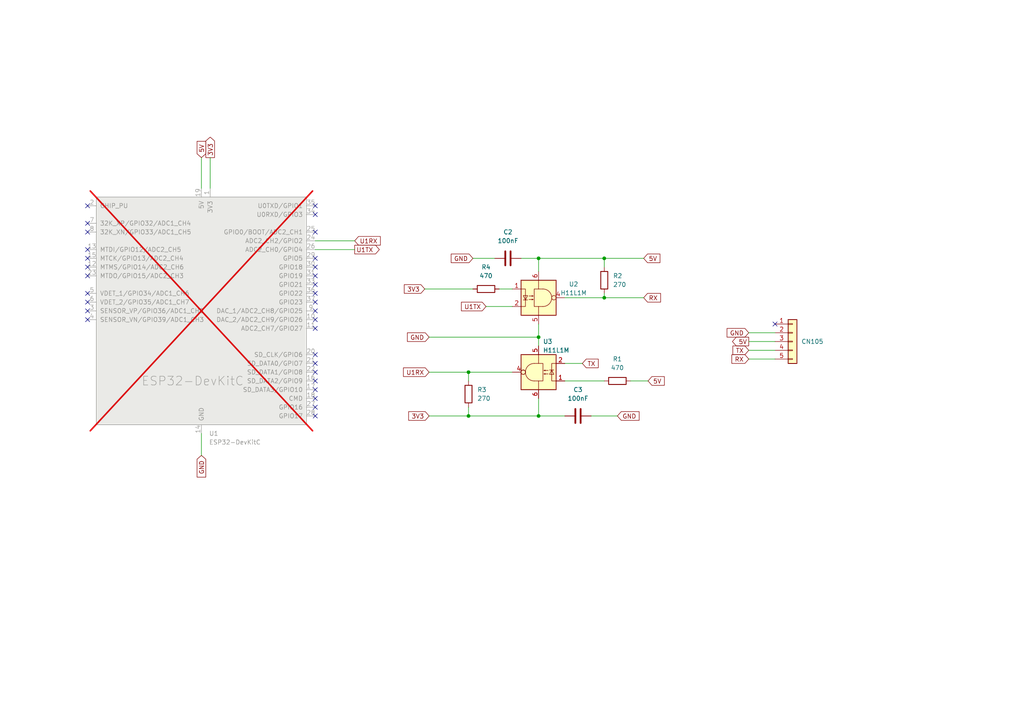
<source format=kicad_sch>
(kicad_sch (version 20230121) (generator eeschema)
  (paper "A4")
  (title_block (title "MEL CN105 Adapter") (date "24.12.2023"))
  (lib_symbols
    (symbol "Connector_Generic:Conn_01x05" (pin_names (offset 1.016) hide)
      (property "Reference" "J" (at 0 7.62 0))
      (property "Value" "Conn_01x05" (at 0 -7.62 0))
      (symbol "Conn_01x05_1_1"
        (rectangle (start -1.27 -4.953) (end 0 -5.207) (stroke (width 0.1524)))
        (rectangle (start -1.27 -2.413) (end 0 -2.667) (stroke (width 0.1524)))
        (rectangle (start -1.27 0.127) (end 0 -0.127) (stroke (width 0.1524)))
        (rectangle (start -1.27 2.667) (end 0 2.413) (stroke (width 0.1524)))
        (rectangle (start -1.27 5.207) (end 0 4.953) (stroke (width 0.1524)))
        (rectangle (start -1.27 6.35) (end 1.27 -6.35) (stroke (width 0.254)) (fill (type background)))
        (pin passive line (at -5.08 5.08 0) (length 3.81) (name "Pin_1") (number "1"))
        (pin passive line (at -5.08 2.54 0) (length 3.81) (name "Pin_2") (number "2"))
        (pin passive line (at -5.08 0 0) (length 3.81) (name "Pin_3") (number "3"))
        (pin passive line (at -5.08 -2.54 0) (length 3.81) (name "Pin_4") (number "4"))
        (pin passive line (at -5.08 -5.08 0) (length 3.81) (name "Pin_5") (number "5"))
      )
    )
    (symbol "Device:C" (pin_numbers hide) (pin_names (offset 0.254))
      (property "Reference" "C" (at 0.635 2.54 0))
      (property "Value" "C" (at 0.635 -2.54 0))
      (symbol "C_0_1"
        (polyline (pts (xy -2.032 -0.762) (xy 2.032 -0.762)) (stroke (width 0.508)))
        (polyline (pts (xy -2.032 0.762) (xy 2.032 0.762)) (stroke (width 0.508)))
      )
      (symbol "C_1_1"
        (pin passive line (at 0 3.81 270) (length 2.794) (name "~") (number "1"))
        (pin passive line (at 0 -3.81 90) (length 2.794) (name "~") (number "2"))
      )
    )
    (symbol "Device:R" (pin_numbers hide) (pin_names (offset 0))
      (property "Reference" "R" (at 2.032 0 90))
      (property "Value" "R" (at 0 0 90))
      (symbol "R_0_1"
        (rectangle (start -1.016 -2.54) (end 1.016 2.54) (stroke (width 0.254)))
      )
      (symbol "R_1_1"
        (pin passive line (at 0 3.81 270) (length 1.27) (name "~") (number "1"))
        (pin passive line (at 0 -3.81 90) (length 1.27) (name "~") (number "2"))
      )
    )
    (symbol "Isolator:H11L1" (pin_names (offset 1.016))
      (property "Reference" "U" (at 1.27 8.89 0))
      (property "Value" "H11L1" (at 1.27 6.35 0))
      (symbol "H11L1_0_1"
        (rectangle (start -5.08 5.08) (end 5.08 -5.08) (stroke (width 0.254)) (fill (type background)))
        (polyline (pts (xy -4.445 -0.635) (xy -3.175 -0.635)))
        (polyline (pts (xy 0 2.54) (xy 0 5.08)))
        (polyline (pts (xy 0 -2.54) (xy 0 -5.08) (xy 0 -3.81)))
        (polyline (pts (xy -5.08 -2.54) (xy -3.81 -2.54) (xy -3.81 2.54) (xy -5.08 2.54)))
        (polyline (pts (xy -3.81 -0.635) (xy -4.445 0.635) (xy -3.175 0.635) (xy -3.81 -0.635)))
        (polyline (pts (xy 1.27 -2.54) (xy -1.27 -2.54) (xy -1.27 2.54) (xy 1.27 2.54)))
        (polyline (pts (xy -2.794 -0.508) (xy -1.524 -0.508) (xy -1.905 -0.635) (xy -1.905 -0.381) (xy -1.524 -0.508)))
        (polyline (pts (xy -2.794 0.508) (xy -1.524 0.508) (xy -1.905 0.381) (xy -1.905 0.635) (xy -1.524 0.508)))
        (arc (start 1.27 -2.54) (mid 3.799 0) (end 1.27 2.54))
      )
      (symbol "H11L1_1_1"
        (pin passive line (at -7.62 2.54 0) (length 2.54) (name "~") (number "1"))
        (pin passive line (at -7.62 -2.54 0) (length 2.54) (name "~") (number "2"))
        (pin no_connect line (at -5.08 0 0) (length 2.54) hide (name "~") (number "3"))
        (pin output inverted (at 7.62 0 180) (length 3.81) (name "~") (number "4"))
        (pin power_in line (at 0 -7.62 90) (length 2.54) (name "~") (number "5"))
        (pin power_in line (at 0 7.62 270) (length 2.54) (name "~") (number "6"))
      )
    )
    (symbol "PCM_Espressif:ESP32-DevKitC" (pin_names (offset 1.016))
      (property "Reference" "U" (at -30.48 38.1 0))
      (property "Value" "ESP32-DevKitC" (at -30.48 35.56 0))
      (symbol "ESP32-DevKitC_0_0"
        (text "ESP32-DevKitC" (at -2.54 -20.32 0) (effects (font (size 2.54 2.54))))
        (pin power_in line (at 0 -35.56 90) (length 2.54) (name "GND") (number "14"))
        (pin power_in line (at 0 35.56 270) (length 2.54) (name "5V") (number "19"))
      )
      (symbol "ESP32-DevKitC_0_1"
        (rectangle (start -30.48 33.02) (end 30.48 -33.02) (fill (type background)))
      )
      (symbol "ESP32-DevKitC_1_1"
        (pin power_in line (at 2.54 35.56 270) (length 2.54) (name "3V3") (number "1"))
        (pin bidirectional line (at 33.02 -2.54 180) (length 2.54) (name "DAC_2/ADC2_CH9/GPIO26") (number "10"))
        (pin bidirectional line (at 33.02 -5.08 180) (length 2.54) (name "ADC2_CH7/GPIO27") (number "11"))
        (pin bidirectional line (at -33.02 12.7 0) (length 2.54) (name "MTMS/GPIO14/ADC2_CH6") (number "12"))
        (pin bidirectional line (at -33.02 17.78 0) (length 2.54) (name "MTDI/GPIO12/ADC2_CH5") (number "13"))
        (pin bidirectional line (at -33.02 15.24 0) (length 2.54) (name "MTCK/GPIO13/ADC2_CH4") (number "15"))
        (pin bidirectional line (at 33.02 -20.32 180) (length 2.54) (name "SD_DATA2/GPIO9") (number "16"))
        (pin bidirectional line (at 33.02 -22.86 180) (length 2.54) (name "SD_DATA3/GPIO10") (number "17"))
        (pin bidirectional line (at 33.02 -25.4 180) (length 2.54) (name "CMD") (number "18"))
        (pin input line (at -33.02 30.48 0) (length 2.54) (name "CHIP_PU") (number "2"))
        (pin bidirectional line (at 33.02 -12.7 180) (length 2.54) (name "SD_CLK/GPIO6") (number "20"))
        (pin bidirectional line (at 33.02 -15.24 180) (length 2.54) (name "SD_DATA0/GPIO7") (number "21"))
        (pin bidirectional line (at 33.02 -17.78 180) (length 2.54) (name "SD_DATA1/GPIO8") (number "22"))
        (pin bidirectional line (at -33.02 10.16 0) (length 2.54) (name "MTDO/GPIO15/ADC2_CH3") (number "23"))
        (pin bidirectional line (at 33.02 20.32 180) (length 2.54) (name "ADC2_CH2/GPIO2") (number "24"))
        (pin bidirectional line (at 33.02 22.86 180) (length 2.54) (name "GPIO0/BOOT/ADC2_CH1") (number "25"))
        (pin bidirectional line (at 33.02 17.78 180) (length 2.54) (name "ADC2_CH0/GPIO4") (number "26"))
        (pin bidirectional line (at 33.02 -27.94 180) (length 2.54) (name "GPIO16") (number "27"))
        (pin bidirectional line (at 33.02 -30.48 180) (length 2.54) (name "GPIO17") (number "28"))
        (pin bidirectional line (at 33.02 15.24 180) (length 2.54) (name "GPIO5") (number "29"))
        (pin input line (at -33.02 0 0) (length 2.54) (name "SENSOR_VP/GPIO36/ADC1_CH0") (number "3"))
        (pin bidirectional line (at 33.02 12.7 180) (length 2.54) (name "GPIO18") (number "30"))
        (pin bidirectional line (at 33.02 10.16 180) (length 2.54) (name "GPIO19") (number "31"))
        (pin passive line (at 0 -35.56 90) (length 2.54) hide (name "GND") (number "32"))
        (pin bidirectional line (at 33.02 7.62 180) (length 2.54) (name "GPIO21") (number "33"))
        (pin bidirectional line (at 33.02 27.94 180) (length 2.54) (name "U0RXD/GPIO3") (number "34"))
        (pin bidirectional line (at 33.02 30.48 180) (length 2.54) (name "U0TXD/GPIO1") (number "35"))
        (pin bidirectional line (at 33.02 5.08 180) (length 2.54) (name "GPIO22") (number "36"))
        (pin bidirectional line (at 33.02 2.54 180) (length 2.54) (name "GPIO23") (number "37"))
        (pin passive line (at 0 -35.56 90) (length 2.54) hide (name "GND") (number "38"))
        (pin input line (at -33.02 -2.54 0) (length 2.54) (name "SENSOR_VN/GPIO39/ADC1_CH3") (number "4"))
        (pin input line (at -33.02 5.08 0) (length 2.54) (name "VDET_1/GPIO34/ADC1_CH6") (number "5"))
        (pin input line (at -33.02 2.54 0) (length 2.54) (name "VDET_2/GPIO35/ADC1_CH7") (number "6"))
        (pin bidirectional line (at -33.02 25.4 0) (length 2.54) (name "32K_XP/GPIO32/ADC1_CH4") (number "7"))
        (pin bidirectional line (at -33.02 22.86 0) (length 2.54) (name "32K_XN/GPIO33/ADC1_CH5") (number "8"))
        (pin bidirectional line (at 33.02 0 180) (length 2.54) (name "DAC_1/ADC2_CH8/GPIO25") (number "9"))
      )
    )
  )
  (junction (at 135.89 107.95))
  (junction (at 175.26 86.36))
  (junction (at 175.26 74.93))
  (junction (at 156.21 97.79))
  (junction (at 156.21 120.65))
  (junction (at 135.89 120.65))
  (junction (at 156.21 74.93))
  (no_connect (at 25.4 72.39))
  (no_connect (at 91.44 115.57))
  (no_connect (at 91.44 77.47))
  (no_connect (at 25.4 59.69))
  (no_connect (at 25.4 87.63))
  (no_connect (at 91.44 87.63))
  (no_connect (at 91.44 110.49))
  (no_connect (at 91.44 67.31))
  (no_connect (at 91.44 85.09))
  (no_connect (at 91.44 62.23))
  (no_connect (at 25.4 77.47))
  (no_connect (at 91.44 107.95))
  (no_connect (at 25.4 74.93))
  (no_connect (at 25.4 85.09))
  (no_connect (at 91.44 105.41))
  (no_connect (at 91.44 74.93))
  (no_connect (at 25.4 90.17))
  (no_connect (at 25.4 64.77))
  (no_connect (at 91.44 118.11))
  (no_connect (at 91.44 82.55))
  (no_connect (at 91.44 90.17))
  (no_connect (at 25.4 92.71))
  (no_connect (at 91.44 113.03))
  (no_connect (at 91.44 120.65))
  (no_connect (at 91.44 80.01))
  (no_connect (at 91.44 95.25))
  (no_connect (at 91.44 102.87))
  (no_connect (at 91.44 92.71))
  (no_connect (at 91.44 59.69))
  (no_connect (at 224.79 93.98))
  (no_connect (at 25.4 67.31))
  (no_connect (at 25.4 80.01))
  (wire (pts (xy 156.21 97.79) (xy 156.21 93.98)))
  (wire (pts (xy 124.46 120.65) (xy 135.89 120.65)))
  (wire (pts (xy 135.89 107.95) (xy 148.59 107.95)))
  (wire (pts (xy 135.89 120.65) (xy 135.89 118.11)))
  (wire (pts (xy 144.78 83.82) (xy 148.59 83.82)))
  (wire (pts (xy 163.83 86.36) (xy 175.26 86.36)))
  (wire (pts (xy 60.96 45.72) (xy 60.96 54.61)))
  (wire (pts (xy 163.83 105.41) (xy 168.91 105.41)))
  (wire (pts (xy 124.46 97.79) (xy 156.21 97.79)))
  (wire (pts (xy 140.97 88.9) (xy 148.59 88.9)))
  (wire (pts (xy 58.42 125.73) (xy 58.42 132.08)))
  (wire (pts (xy 156.21 115.57) (xy 156.21 120.65)))
  (wire (pts (xy 156.21 100.33) (xy 156.21 97.79)))
  (wire (pts (xy 91.44 69.85) (xy 102.87 69.85)))
  (wire (pts (xy 217.17 104.14) (xy 224.79 104.14)))
  (wire (pts (xy 175.26 86.36) (xy 186.69 86.36)))
  (wire (pts (xy 175.26 74.93) (xy 186.69 74.93)))
  (wire (pts (xy 163.83 110.49) (xy 175.26 110.49)))
  (wire (pts (xy 135.89 120.65) (xy 156.21 120.65)))
  (wire (pts (xy 156.21 120.65) (xy 163.83 120.65)))
  (wire (pts (xy 175.26 74.93) (xy 175.26 77.47)))
  (wire (pts (xy 91.44 72.39) (xy 102.87 72.39)))
  (wire (pts (xy 217.17 101.6) (xy 224.79 101.6)))
  (wire (pts (xy 217.17 99.06) (xy 224.79 99.06)))
  (wire (pts (xy 137.16 74.93) (xy 143.51 74.93)))
  (wire (pts (xy 156.21 74.93) (xy 156.21 78.74)))
  (wire (pts (xy 124.46 107.95) (xy 135.89 107.95)))
  (wire (pts (xy 217.17 96.52) (xy 224.79 96.52)))
  (wire (pts (xy 135.89 110.49) (xy 135.89 107.95)))
  (wire (pts (xy 182.88 110.49) (xy 187.96 110.49)))
  (wire (pts (xy 156.21 74.93) (xy 175.26 74.93)))
  (wire (pts (xy 58.42 45.72) (xy 58.42 54.61)))
  (wire (pts (xy 123.19 83.82) (xy 137.16 83.82)))
  (wire (pts (xy 171.45 120.65) (xy 179.07 120.65)))
  (wire (pts (xy 151.13 74.93) (xy 156.21 74.93)))
  (wire (pts (xy 175.26 85.09) (xy 175.26 86.36)))
  (global_label "GND" (shape input) (at 58.42 132.08 270) (property "Intersheetrefs" "${INTERSHEET_REFS}" (effects hide)))
  (global_label "3V3" (shape output) (at 60.96 45.72 90) (property "Intersheetrefs" "${INTERSHEET_REFS}" (effects hide)))
  (global_label "RX" (shape input) (at 217.17 104.14 180) (property "Intersheetrefs" "${INTERSHEET_REFS}" (effects hide)))
  (global_label "RX" (shape input) (at 186.69 86.36 0) (property "Intersheetrefs" "${INTERSHEET_REFS}" (effects hide)))
  (global_label "3V3" (shape input) (at 123.19 83.82 180) (property "Intersheetrefs" "${INTERSHEET_REFS}" (effects hide)))
  (global_label "5V" (shape input) (at 58.42 45.72 90) (property "Intersheetrefs" "${INTERSHEET_REFS}" (effects hide)))
  (global_label "5V" (shape output) (at 217.17 99.06 180) (property "Intersheetrefs" "${INTERSHEET_REFS}" (effects hide)))
  (global_label "TX" (shape input) (at 217.17 101.6 180) (property "Intersheetrefs" "${INTERSHEET_REFS}" (effects hide)))
  (global_label "3V3" (shape input) (at 124.46 120.65 180) (property "Intersheetrefs" "${INTERSHEET_REFS}" (effects hide)))
  (global_label "GND" (shape input) (at 137.16 74.93 180) (property "Intersheetrefs" "${INTERSHEET_REFS}" (effects hide)))
  (global_label "U1RX" (shape input) (at 124.46 107.95 180) (property "Intersheetrefs" "${INTERSHEET_REFS}" (effects hide)))
  (global_label "GND" (shape input) (at 217.17 96.52 180) (property "Intersheetrefs" "${INTERSHEET_REFS}" (effects hide)))
  (global_label "5V" (shape input) (at 186.69 74.93 0) (property "Intersheetrefs" "${INTERSHEET_REFS}" (effects hide)))
  (global_label "5V" (shape input) (at 187.96 110.49 0) (property "Intersheetrefs" "${INTERSHEET_REFS}" (effects hide)))
  (global_label "GND" (shape input) (at 124.46 97.79 180) (property "Intersheetrefs" "${INTERSHEET_REFS}" (effects hide)))
  (global_label "U1TX" (shape input) (at 140.97 88.9 180) (property "Intersheetrefs" "${INTERSHEET_REFS}" (effects hide)))
  (global_label "U1RX" (shape input) (at 102.87 69.85 0) (property "Intersheetrefs" "${INTERSHEET_REFS}" (effects hide)))
  (global_label "GND" (shape input) (at 179.07 120.65 0) (property "Intersheetrefs" "${INTERSHEET_REFS}" (effects hide)))
  (global_label "U1TX" (shape output) (at 102.87 72.39 0) (property "Intersheetrefs" "${INTERSHEET_REFS}" (effects hide)))
  (global_label "TX" (shape input) (at 168.91 105.41 0) (property "Intersheetrefs" "${INTERSHEET_REFS}" (effects hide)))
  (symbol (lib_id "Device:C") (at 167.64 120.65 90) (unit 1)
    (property "Reference" "C3" (at 167.64 113.03 90))
    (property "Value" "100nF" (at 167.64 115.57 90))
    (property "Footprint" "Capacitor_SMD:C_0603_1608Metric_Pad1.08x0.95mm_HandSolder" (effects hide))
    (property "JLC" "C14663" (effects hide))
  )
  (symbol (lib_id "PCM_Espressif:ESP32-DevKitC") (at 58.42 90.17 0) (unit 1) (in_bom no) (dnp yes)
    (property "Reference" "U1" (at 60.6141 125.73 0) (effects (justify left)))
    (property "Value" "ESP32-DevKitC" (at 60.6141 128.27 0) (effects (justify left)))
    (property "Footprint" "PCM_Espressif:ESP32-DevKitC (no overhang)" (effects hide))
    (property "Datasheet" "https://docs.espressif.com/projects/esp-idf/zh_CN/latest/esp32/hw-reference/esp32/get-started-devkitc.html" (effects hide))
  )
  (symbol (lib_id "Isolator:H11L1") (at 156.21 107.95 180) (unit 1)
    (property "Reference" "U3" (at 157.48 99.06 0) (effects (justify right)))
    (property "Value" "H11L1M" (at 157.48 101.6 0) (effects (justify right)))
    (property "Footprint" "Package_DIP:DIP-6_W8.89mm_SMDSocket_LongPads" (effects hide))
    (property "Datasheet" "https://www.onsemi.com/pub/Collateral/H11L3M-D.PDF" (effects hide))
    (property "JLC" "C20082" (effects hide))
  )
  (symbol (lib_id "Isolator:H11L1") (at 156.21 86.36 0) (unit 1)
    (property "Reference" "U2" (at 166.37 82.4231 0))
    (property "Value" "H11L1M" (at 166.37 84.9631 0))
    (property "Footprint" "Package_DIP:DIP-6_W8.89mm_SMDSocket_LongPads" (effects hide))
    (property "Datasheet" "https://www.onsemi.com/pub/Collateral/H11L3M-D.PDF" (effects hide))
    (property "JLC" "C20082" (effects hide))
  )
  (symbol (lib_id "Device:R") (at 179.07 110.49 90) (unit 1)
    (property "Reference" "R1" (at 179.07 104.14 90))
    (property "Value" "470" (at 179.07 106.68 90))
    (property "Footprint" "Resistor_SMD:R_0603_1608Metric_Pad0.98x0.95mm_HandSolder" (effects hide))
    (property "JLC" "C23179" (effects hide))
  )
  (symbol (lib_id "Device:C") (at 147.32 74.93 90) (unit 1)
    (property "Reference" "C2" (at 147.32 67.31 90))
    (property "Value" "100nF" (at 147.32 69.85 90))
    (property "Footprint" "Capacitor_SMD:C_0603_1608Metric_Pad1.08x0.95mm_HandSolder" (effects hide))
    (property "JLC" "C14663" (effects hide))
  )
  (symbol (lib_id "Device:R") (at 175.26 81.28 0) (unit 1)
    (property "Reference" "R2" (at 177.8 80.01 0) (effects (justify left)))
    (property "Value" "270" (at 177.8 82.55 0) (effects (justify left)))
    (property "Footprint" "Resistor_SMD:R_0603_1608Metric_Pad0.98x0.95mm_HandSolder" (effects hide))
    (property "JLC" "C22966" (effects hide))
  )
  (symbol (lib_id "Connector_Generic:Conn_01x05") (at 229.87 99.06 0) (unit 1)
    (property "Reference" "CN105" (at 232.41 99.06 0) (effects (justify left)))
    (property "Footprint" "Connector_JST:JST_PH_B5B-PH-SM4-TB_1x05-1MP_P2.00mm_Vertical" (effects hide))
    (property "JLC" "C265085" (effects hide))
  )
  (symbol (lib_id "Device:R") (at 135.89 114.3 180) (unit 1)
    (property "Reference" "R3" (at 138.43 113.03 0) (effects (justify right)))
    (property "Value" "270" (at 138.43 115.57 0) (effects (justify right)))
    (property "Footprint" "Resistor_SMD:R_0603_1608Metric_Pad0.98x0.95mm_HandSolder" (effects hide))
    (property "JLC" "C22966" (effects hide))
  )
  (symbol (lib_id "Device:R") (at 140.97 83.82 90) (unit 1)
    (property "Reference" "R4" (at 140.97 77.47 90))
    (property "Value" "470" (at 140.97 80.01 90))
    (property "Footprint" "Resistor_SMD:R_0603_1608Metric_Pad0.98x0.95mm_HandSolder" (effects hide))
    (property "JLC" "C23179" (effects hide))
  )
)
</source>
